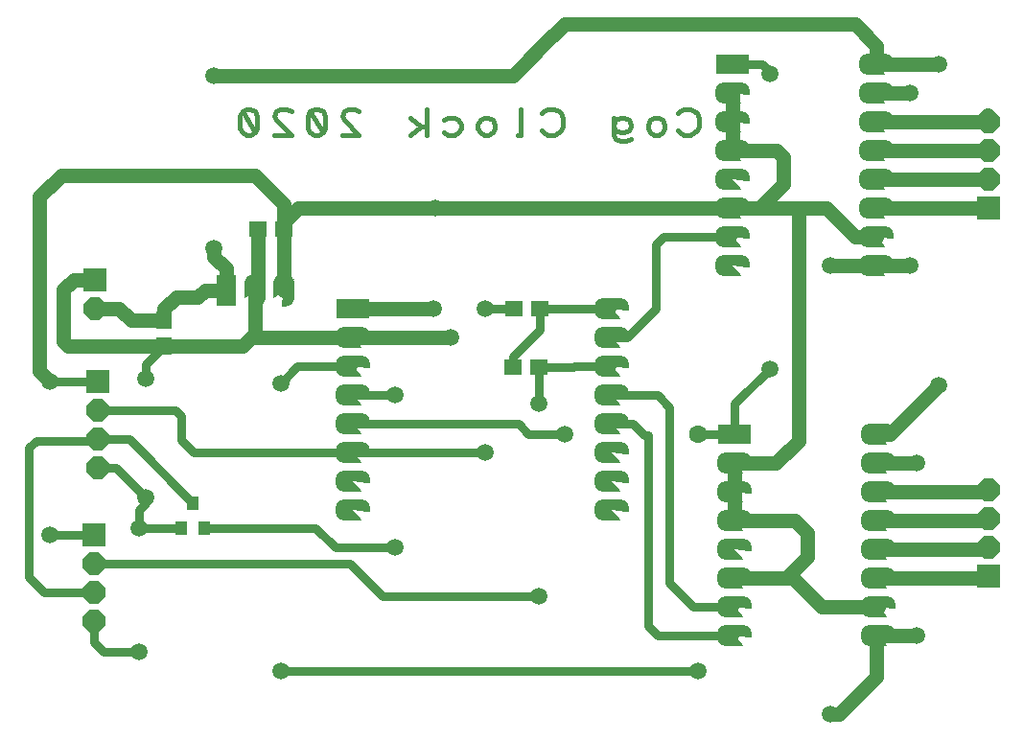
<source format=gbr>
G04 DesignSpark PCB Gerber Version 9.0 Build 5138 *
G04 #@! TF.Part,Single*
G04 #@! TF.FileFunction,Copper,L2,Bot *
G04 #@! TF.FilePolarity,Positive *
%FSLAX35Y35*%
%MOIN*%
G04 #@! TA.AperFunction,ComponentPad*
%AMT19*0 Octagon Pad at angle 0*4,1,8,-0.01631,-0.03937,0.01631,-0.03937,0.03937,-0.01631,0.03937,0.01631,0.01631,0.03937,-0.01631,0.03937,-0.03937,0.01631,-0.03937,-0.01631,-0.01631,-0.03937,0*%
%ADD19T19*%
%AMT25*0 Rounded Rectangle Pad at angle 0*4,1,64,-0.00787,-0.05512,0.00787,-0.05512,0.01076,-0.05497,0.01361,-0.05452,0.01639,-0.05377,0.01909,-0.05273,0.02166,-0.05142,0.02407,-0.04985,0.02631,-0.04804,0.02835,-0.04600,0.03017,-0.04376,0.03174,-0.04134,0.03305,-0.03877,0.03409,-0.03607,0.03483,-0.03329,0.03529,-0.03044,0.03543,-0.02756,0.03543,0.02756,0.03528,0.03044,0.03483,0.03329,0.03408,0.03608,0.03305,0.03877,0.03174,0.04134,0.03017,0.04376,0.02835,0.04600,0.02631,0.04804,0.02407,0.04985,0.02165,0.05143,0.01908,0.05274,0.01639,0.05377,0.01360,0.05452,0.01075,0.05497,0.00787,0.05512,-0.00787,0.05512,-0.01076,0.05497,-0.01361,0.05452,-0.01639,0.05377,-0.01909,0.05273,-0.02166,0.05142,-0.02407,0.04985,-0.02631,0.04804,-0.02835,0.04600,-0.03017,0.04376,-0.03174,0.04134,-0.03305,0.03877,-0.03409,0.03607,-0.03483,0.03329,-0.03529,0.03044,-0.03543,0.02756,-0.03543,-0.02756,-0.03528,-0.03044,-0.03483,-0.03329,-0.03408,-0.03608,-0.03305,-0.03877,-0.03174,-0.04134,-0.03017,-0.04376,-0.02835,-0.04600,-0.02631,-0.04804,-0.02407,-0.04985,-0.02165,-0.05143,-0.01908,-0.05274,-0.01639,-0.05377,-0.01360,-0.05452,-0.01075,-0.05497,-0.00787,-0.05512,0*%
%ADD25T25*%
G04 #@! TA.AperFunction,SMDPad,CuDef*
%ADD23R,0.04000X0.04800*%
%ADD21R,0.05500X0.06000*%
G04 #@! TA.AperFunction,ComponentPad*
%ADD16R,0.07087X0.11024*%
%ADD18R,0.07874X0.07874*%
G04 #@! TD.AperFunction*
%ADD71C,0.01000*%
%ADD20C,0.01575*%
%ADD11C,0.03150*%
%ADD10C,0.05000*%
G04 #@! TA.AperFunction,ViaPad*
%ADD12C,0.05906*%
%ADD13C,0.06299*%
G04 #@! TA.AperFunction,ComponentPad*
%AMT24*0 Rounded Rectangle Pad at angle 90*4,1,64,0.05906,-0.00787,0.05906,0.00787,0.05891,0.01076,0.05845,0.01361,0.05770,0.01639,0.05667,0.01909,0.05536,0.02166,0.05379,0.02407,0.05197,0.02631,0.04993,0.02835,0.04769,0.03017,0.04528,0.03174,0.04270,0.03305,0.04001,0.03409,0.03722,0.03483,0.03437,0.03529,0.03150,0.03543,-0.03150,0.03543,-0.03438,0.03528,-0.03723,0.03483,-0.04002,0.03408,-0.04271,0.03305,-0.04528,0.03174,-0.04770,0.03017,-0.04994,0.02835,-0.05198,0.02631,-0.05379,0.02407,-0.05536,0.02165,-0.05667,0.01908,-0.05771,0.01639,-0.05846,0.01360,-0.05891,0.01075,-0.05906,0.00787,-0.05906,-0.00787,-0.05891,-0.01076,-0.05845,-0.01361,-0.05770,-0.01639,-0.05667,-0.01909,-0.05536,-0.02166,-0.05379,-0.02407,-0.05197,-0.02631,-0.04993,-0.02835,-0.04769,-0.03017,-0.04528,-0.03174,-0.04270,-0.03305,-0.04001,-0.03409,-0.03722,-0.03483,-0.03437,-0.03529,-0.03150,-0.03543,0.03150,-0.03543,0.03438,-0.03528,0.03723,-0.03483,0.04002,-0.03408,0.04271,-0.03305,0.04528,-0.03174,0.04770,-0.03017,0.04994,-0.02835,0.05198,-0.02631,0.05379,-0.02407,0.05536,-0.02165,0.05667,-0.01908,0.05771,-0.01639,0.05846,-0.01360,0.05891,-0.01075,0.05906,-0.00787,0*%
%ADD24T24*%
G04 #@! TA.AperFunction,SMDPad,CuDef*
%ADD22R,0.06000X0.05500*%
G04 #@! TA.AperFunction,ComponentPad*
%ADD14R,0.11811X0.07087*%
X0Y0D02*
D02*
D10*
X136187Y138726D02*
X163277D01*
X165752Y141201*
X136187Y138726D02*
X102717D01*
X101079Y140364*
Y158385*
X104622Y161929*
X112024*
X136187Y147726D02*
Y151636D01*
X140250Y155699*
X147750*
X150250Y158199*
X157750*
X136187Y147726D02*
X124573D01*
X120370Y151929*
X112024*
X153520Y172647D02*
Y169930D01*
X157750Y165699*
Y158199*
X153520Y232883D02*
X257378D01*
X271157Y246663*
X271214*
X275250Y250699*
X376201*
X383701Y243199*
Y236820*
X165752Y141201D02*
X167750Y143199D01*
Y158199*
X168750Y179449D02*
Y159199D01*
X167750Y158199*
X177750D02*
Y188199D01*
X167750Y198199*
X100250*
X92750Y190699*
Y129992*
X96354Y126387*
X177750Y158199D02*
Y179449D01*
Y181820*
X182750Y186820*
X230250*
X201709Y141702D02*
X166253D01*
X165752Y141201*
X201709Y151702D02*
X229819D01*
X230250Y186820D02*
X333701D01*
X235724Y141702D02*
X201709D01*
X333701Y206820D02*
Y216820D01*
Y206820D02*
X349055D01*
X351417Y204458*
Y195088*
X343150Y186820*
X333701*
Y226820D02*
Y216820D01*
X334488Y58080D02*
X352205D01*
X359685Y65561*
Y73750*
X355354Y78080*
X334488*
Y88080D02*
Y78080D01*
Y98080D02*
X348795D01*
X356591Y105876*
Y186820*
X334488Y98080D02*
Y88080D01*
X356591Y186820D02*
X333701D01*
X367750Y10876D02*
X370841D01*
X383793Y23828*
Y37385*
X384488Y38080*
X383701Y166820D02*
X367750D01*
X383701Y176820D02*
X376378D01*
X366378Y186820*
X356591*
X383701D02*
X422435D01*
X422632Y186624*
X383701Y206820D02*
X422435D01*
X422632Y206624*
X383701Y216820D02*
X420000D01*
X422283Y219104*
Y216972*
X422632Y216624*
X383701Y226820D02*
X395250D01*
X384488Y48080D02*
X364567D01*
X354567Y58080*
X334488*
X384488D02*
X422159D01*
X422750Y58671*
X384488Y78080D02*
X422159D01*
X422750Y78671*
X384488Y88080D02*
X422159D01*
X422750Y88671*
X384488Y98080D02*
X397750D01*
X384488Y108080D02*
X388321D01*
X405250Y125009*
X395250Y166820D02*
X383701D01*
X397750Y38080D02*
X384488D01*
X405250Y236820D02*
X383701D01*
X422632Y196624D02*
X393898D01*
X383701Y196820*
X422750Y68671D02*
Y68080D01*
X384488*
D02*
D11*
X96354Y126387D02*
X112890D01*
X111709Y53238D02*
X94228D01*
X89091Y58376*
Y103376*
X91591Y105876*
X112378*
X112890Y106387*
X111709Y63238D02*
X200646D01*
X212102Y51781*
X266496*
X111709Y73238D02*
X96354D01*
X112890Y96387D02*
X119465D01*
X129819Y86033*
X112890Y106387D02*
X123938D01*
X146185Y84141*
X127457Y32490D02*
X115094D01*
X111709Y35876*
Y43238*
X127457Y75403D02*
X142148D01*
X142185Y75441*
X129819Y86033D02*
Y84065D01*
X127457Y81702*
Y75403*
X129819Y127372D02*
Y132358D01*
X136187Y138726*
X150185Y75441D02*
X188837D01*
X195567Y68710*
X216433*
X176591Y25876D02*
X321591D01*
X201709Y101702D02*
X146433D01*
X142024Y106112*
Y114419*
X140055Y116387*
X112890*
X201709Y101702D02*
X247535D01*
X201709Y111702D02*
X259247D01*
X262750Y108199*
X275250*
X201709Y131702D02*
X182417D01*
X176591Y125876*
X216433Y121702D02*
X201709D01*
X247535Y151712D02*
X257709D01*
X257496Y131378D02*
Y135088D01*
X266709Y144301*
Y151712*
X266496Y118710D02*
Y131378D01*
X278313*
X278638Y131702*
X291709*
Y121702D02*
X307535D01*
X311709Y117529*
Y56403*
X320031Y48080*
X334488*
X291709Y141702D02*
X296906D01*
X306984Y151781*
Y174222*
X309583Y176820*
X333701*
X291709Y151702D02*
X266719D01*
X321591Y108080D02*
X334488D01*
Y38080D02*
X307693D01*
X304228Y41545*
Y107687*
X303126*
X299110Y111702*
X291709*
X334488Y108080D02*
Y118773D01*
X346591Y130876*
Y233376D02*
Y234320D01*
X344091Y236820*
X333701*
D02*
D12*
X96354Y73238D03*
Y126387D03*
X127457Y32490D03*
Y75403D03*
X129819Y86033D03*
Y127372D03*
X153520Y172647D03*
Y232883D03*
X176591Y25876D03*
Y125876D03*
X216433Y68710D03*
Y121702D03*
X229819Y151702D03*
X230250Y186820D03*
X235724Y141702D03*
X247535Y101702D03*
Y151712D03*
X266496Y51781D03*
Y118710D03*
X275250Y108199D03*
X321591Y25876D03*
X346591Y130876D03*
Y233376D03*
X367750Y10876D03*
Y166820D03*
X395250D03*
Y226820D03*
X397750Y38080D03*
Y98080D03*
X405250Y125009D03*
Y236820D03*
D02*
D13*
X321591Y108080D03*
D02*
D14*
X201709Y151702D03*
X333701Y236820D03*
X334488Y108080D03*
D02*
D16*
X157750Y158199D03*
D02*
D18*
X111709Y73238D03*
X112024Y161929D03*
X112890Y126387D03*
X422632Y186624D03*
X422750Y58671D03*
D02*
D19*
X111709Y43238D03*
Y53238D03*
Y63238D03*
X112024Y151929D03*
X112890Y96387D03*
Y106387D03*
Y116387D03*
X422632Y196624D03*
Y206624D03*
Y216624D03*
X422750Y68671D03*
Y78671D03*
Y88671D03*
D02*
D71*
X266719Y151702D02*
X266709Y151712D01*
D02*
D20*
X314563Y213740D02*
X315301Y213002D01*
X316778Y212263*
X318992*
X320469Y213002*
X321207Y213740*
X321945Y215216*
Y218169*
X321207Y219645*
X320469Y220383*
X318992Y221122*
X316778*
X315301Y220383*
X314563Y219645*
X310134Y214478D02*
X309396Y213002D01*
X307919Y212263*
X306443*
X304967Y213002*
X304228Y214478*
Y215954*
X304967Y217431*
X306443Y218169*
X307919*
X309396Y217431*
X310134Y215954*
Y214478*
X292417Y215954D02*
X293156Y217431D01*
X294632Y218169*
X296108*
X297585Y217431*
X298323Y215954*
Y215216*
X297585Y213740*
X296108Y213002*
X294632*
X293156Y213740*
X292417Y215216*
Y218169D02*
Y212263D01*
X293156Y210787*
X294632Y210049*
X296846*
X298323Y210787*
X267319Y213740D02*
X268057Y213002D01*
X269533Y212263*
X271748*
X273224Y213002*
X273963Y213740*
X274701Y215216*
Y218169*
X273963Y219645*
X273224Y220383*
X271748Y221122*
X269533*
X268057Y220383*
X267319Y219645*
X259199Y212263D02*
X259937D01*
Y221122*
X251079Y214478D02*
X250341Y213002D01*
X248864Y212263*
X247388*
X245911Y213002*
X245173Y214478*
Y215954*
X245911Y217431*
X247388Y218169*
X248864*
X250341Y217431*
X251079Y215954*
Y214478*
X233362Y217431D02*
X234839Y218169D01*
X237053*
X238530Y217431*
X239268Y215954*
Y214478*
X238530Y213002*
X237053Y212263*
X234839*
X233362Y213002*
X227457Y212263D02*
Y221122D01*
Y215216D02*
X225242D01*
X221551Y218169*
X225242Y215216D02*
X221551Y212263D01*
X197929D02*
X203835D01*
X198667Y217431*
X197929Y218907*
X198667Y220383*
X200144Y221122*
X202358*
X203835Y220383*
X191285Y213002D02*
X189809Y212263D01*
X188333*
X186856Y213002*
X186118Y214478*
Y218907*
X186856Y220383*
X188333Y221122*
X189809*
X191285Y220383*
X192024Y218907*
Y214478*
X191285Y213002*
X186856Y220383*
X174307Y212263D02*
X180213D01*
X175045Y217431*
X174307Y218907*
X175045Y220383*
X176522Y221122*
X178736*
X180213Y220383*
X167663Y213002D02*
X166187Y212263D01*
X164711*
X163234Y213002*
X162496Y214478*
Y218907*
X163234Y220383*
X164711Y221122*
X166187*
X167663Y220383*
X168402Y218907*
Y214478*
X167663Y213002*
X163234Y220383*
D02*
D21*
X136187Y138726D03*
Y147726D03*
D02*
D22*
X168750Y179449D03*
X177750D03*
X257496Y131378D03*
X257709Y151712D03*
X266496Y131378D03*
X266709Y151712D03*
D02*
D23*
X142185Y75441D03*
X146185Y84141D03*
X150185Y75441D03*
D02*
D24*
X201709Y81702D03*
Y91702D03*
Y101702D03*
Y111702D03*
Y121702D03*
Y131702D03*
Y141702D03*
X291709Y81702D03*
Y91702D03*
Y101702D03*
Y111702D03*
Y121702D03*
Y131702D03*
Y141702D03*
Y151702D03*
X333701Y166820D03*
Y176820D03*
Y186820D03*
Y196820D03*
Y206820D03*
Y216820D03*
Y226820D03*
X334488Y38080D03*
Y48080D03*
Y58080D03*
Y68080D03*
Y78080D03*
Y88080D03*
Y98080D03*
X383701Y166820D03*
Y176820D03*
Y186820D03*
Y196820D03*
Y206820D03*
Y216820D03*
Y226820D03*
Y236820D03*
X384488Y38080D03*
Y48080D03*
Y58080D03*
Y68080D03*
Y78080D03*
Y88080D03*
Y98080D03*
Y108080D03*
D02*
D25*
X167750Y158199D03*
X177750D03*
X0Y0D02*
M02*

</source>
